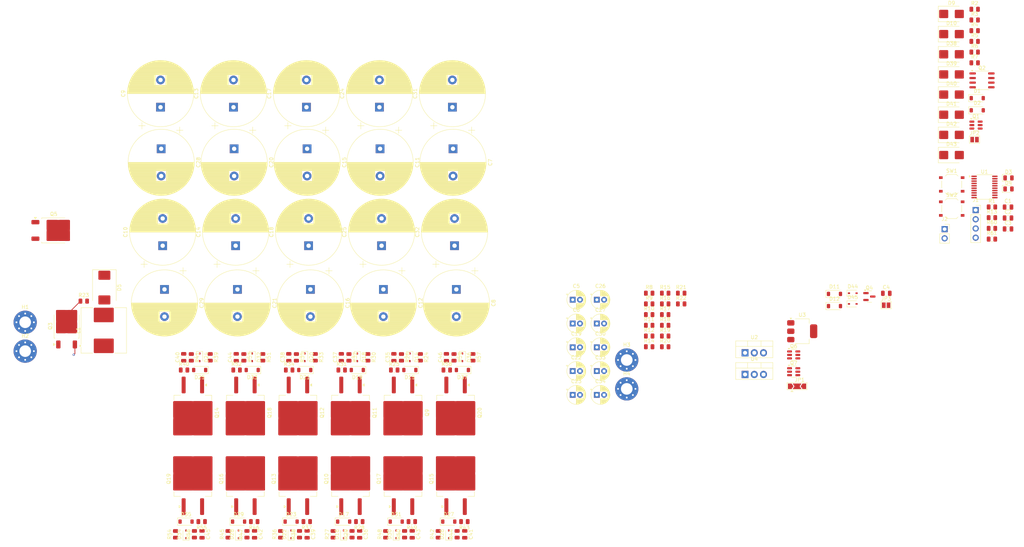
<source format=kicad_pcb>
(kicad_pcb (version 20241229) (generator "pcbnew") (generator_version "9.0")
  (layers (0 "F.Cu" signal) (2 "B.Cu" signal) (13 "F.Paste" user) (15 "B.Paste" user) (5 "F.SilkS" user "F.Silkscreen") (7 "B.SilkS" user "B.Silkscreen") (1 "F.Mask" user) (3 "B.Mask" user) (25 "Edge.Cuts" user))
  (net 0 "")
  (net 1 "CAP_BANK_POS")
  (net 2 "GND")
  (net 3 "5V0")
  (net 4 "CAP_BANK_VOUT")
  (net 5 "3V3")
  (net 6 "Net-(C5-Pad2)")
  (net 7 "PWR_OUT")
  (net 8 "Net-(D44-K)")
  (net 9 "PWR_IN")
  (net 10 "Net-(D1-K)")
  (net 11 "Net-(C22-Pad2)")
  (net 12 "Net-(C26-Pad2)")
  (net 13 "12V0")
  (net 14 "Net-(D4-K)")
  (net 15 "FET_DRIVE")
  (net 16 "Net-(D16-A)")
  (net 17 "Net-(D18-A)")
  (net 18 "Net-(D32-A)")
  (net 19 "Net-(D34-A)")
  (net 20 "Net-(D11-A)")
  (net 21 "Net-(D12-A)")
  (net 22 "Net-(D36-A)")
  (net 23 "Net-(D14-A)")
  (net 24 "Net-(D20-A)")
  (net 25 "Net-(D21-A)")
  (net 26 "Net-(D22-A)")
  (net 27 "Net-(D23-A)")
  (net 28 "Net-(D24-A)")
  (net 29 "Net-(D25-A)")
  (net 30 "Net-(D26-A)")
  (net 31 "Net-(D27-A)")
  (net 32 "Net-(D28-A)")
  (net 33 "Net-(D29-A)")
  (net 34 "Net-(D30-A)")
  (net 35 "Net-(D31-A)")
  (net 36 "FET_SWITCH_PWR")
  (net 37 "MCU_RED_LED")
  (net 38 "Net-(D2-A)")
  (net 39 "Net-(D3-K)")
  (net 40 "Net-(Q3-D)")
  (net 41 "MCU_GREEN_LED")
  (net 42 "Net-(D5-A)")
  (net 43 "Net-(D15-A)")
  (net 44 "SWITCHED_GND")
  (net 45 "Net-(D12-K)")
  (net 46 "Net-(D17-A)")
  (net 47 "FET_ARRAY_DISCHARGE")
  (net 48 "Net-(D19-A)")
  (net 49 "Net-(D33-A)")
  (net 50 "Net-(D35-A)")
  (net 52 "Net-(D37-A)")
  (net 53 "MCU_SWDIO")
  (net 54 "Net-(U1-NRST)")
  (net 55 "MCU_SWCLK")
  (net 60 "TRIGGER_BUTTON")
  (net 61 "Net-(JP2-A)")
  (net 62 "Net-(Q1A-C1)")
  (net 63 "Net-(Q1B-B2)")
  (net 64 "Net-(Q1A-B1)")
  (net 66 "Net-(Q4-C)")
  (net 67 "Net-(Q4-B)")
  (net 68 "Net-(Q5-D)")
  (net 71 "Net-(Q6A-B1)")
  (net 72 "Net-(Q6A-C1)")
  (net 74 "Net-(Q7A-C1)")
  (net 75 "Net-(Q7A-B1)")
  (net 76 "FET_ARRAY_CHARGE")
  (net 77 "INPUT_VOLTAGE_VOUT")
  (net 78 "OUTPUT_ENABLE")
  (net 79 "BOOST_HIGH")
  (net 80 "BOOST_LOW")
  (footprint "Resistor_SMD:R_0805_2012Metric" (layer "F.Cu") (at 267.345 41.525)
    (property "Reference" "R5")
    (property "Value" "10R")
  )
  (footprint "Package_TO_SOT_SMD:TO-263-2" (layer "F.Cu") (at 66.504091 162.005 90)
    (property "Reference" "Q16")
    (property "Value" "IRL3803STRRPBF")
  )
  (footprint "Capacitor_THT:CP_Radial_D5.0mm_P2.00mm" (layer "F.Cu") (at 163.28455 132.325)
    (property "Reference" "C33")
    (property "Value" "220uF")
  )
  (footprint "Diode_SMD:D_SOD-123" (layer "F.Cu") (at 108.040454 173.78)
    (property "Reference" "D31")
    (property "Value" "MM1Z12")
  )
  (footprint "Jumper:SolderJumper-3_P2.0mm_Open_TrianglePad1.0x1.5mm" (layer "F.Cu") (at 218.435 136.515)
    (property "Reference" "JP1")
    (property "Value" "SolderJumper_3_Open")
  )
  (footprint "Capacitor_THT:CP_Radial_D18.0mm_P7.50mm" (layer "F.Cu") (at 123.50556 59.65 90)
    (property "Reference" "C31")
    (property "Value" "2200uF")
  )
  (footprint "Resistor_SMD:R_0805_2012Metric" (layer "F.Cu") (at 186.525 110.875)
    (property "Reference" "R21")
    (property "Value" "1R")
  )
  (footprint "Diode_SMD:D_SMB" (layer "F.Cu") (at 260.97 67.275)
    (property "Reference" "D42")
    (property "Value" "SMBJ22A")
  )
  (footprint "Jumper:SolderJumper-2_P1.3mm_Open_Pad1.0x1.5mm" (layer "F.Cu") (at 267.315 68.575)
    (property "Reference" "JP2")
    (property "Value" "SolderJumper_2_Open")
  )
  (footprint "Diode_SMD:D_SOD-323" (layer "F.Cu") (at 64.629091 177.28 90)
    (property "Reference" "D28")
    (property "Value" "B5819WS")
  )
  (footprint "Capacitor_THT:CP_Radial_D18.0mm_P7.50mm" (layer "F.Cu") (at 44.21668 109.82222 -90)
    (property "Reference" "C29")
    (property "Value" "2200uF")
  )
  (footprint "Resistor_SMD:R_0805_2012Metric" (layer "F.Cu") (at 126.810909 173.78 180)
    (property "Reference" "R43")
    (property "Value" "1R")
  )
  (footprint "Diode_SMD:D_SOD-323" (layer "F.Cu") (at 111.790454 128.53 -90)
    (property "Reference" "D14")
    (property "Value" "B5819WS")
  )
  (footprint "Connector_PinSocket_2.54mm:PinSocket_1x04_P2.54mm_Vertical" (layer "F.Cu") (at 267.625 87.975)
    (property "Reference" "J1")
    (property "Value" "Conn_01x04")
  )
  (footprint "Capacitor_THT:CP_Radial_D18.0mm_P7.50mm" (layer "F.Cu") (at 63.40556 71.1 -90)
    (property "Reference" "C20")
    (property "Value" "2200uF")
  )
  (footprint "Diode_SMD:D_SMB" (layer "F.Cu") (at 260.97 56.175)
    (property "Reference" "D40")
    (property "Value" "SMBJ22A")
  )
  (footprint "Diode_SMD:D_SOD-323" (layer "F.Cu") (at 82.849545 128.53 -90)
    (property "Reference" "D20")
    (property "Value" "B5819WS")
  )
  (footprint "Diode_SMD:D_SOD-323" (layer "F.Cu") (at 53.908636 128.53 -90)
    (property "Reference" "D24")
    (property "Value" "B5819WS")
  )
  (footprint "Resistor_SMD:R_0805_2012Metric" (layer "F.Cu") (at 66.929091 177.2675 90)
    (property "Reference" "R47")
    (property "Value" "1Meg")
  )
  (footprint "Resistor_SMD:R_0805_2012Metric" (layer "F.Cu") (at 267.345 47.425)
    (property "Reference" "R7")
    (property "Value" "10K")
  )
  (footprint "Diode_SMD:D_SMB" (layer "F.Cu") (at 260.97 33.975)
    (property "Reference" "D9")
    (property "Value" "SMBJ22A")
  )
  (footprint "Capacitor_SMD:C_0805_2012Metric" (layer "F.Cu") (at 107.390454 128.53 90)
    (property "Reference" "C35")
    (property "Value" "1nF")
  )
  (footprint "Package_TO_SOT_SMD:SOT-23-6" (layer "F.Cu") (at 217.505 132.495)
    (property "Reference" "Q7")
    (property "Value" "IMZ1A")
  )
  (footprint "Resistor_SMD:R_0805_2012Metric" (layer "F.Cu") (at 95.87 177.2675 90)
    (property "Reference" "R29")
    (property "Value" "1Meg")
  )
  (footprint "Capacitor_THT:CP_Radial_D18.0mm_P7.50mm" (layer "F.Cu") (at 83.91112 97.8 90)
    (property "Reference" "C18")
    (property "Value" "2200uF")
  )
  (footprint "Capacitor_SMD:C_0805_2012Metric" (layer "F.Cu") (at 112.440454 177.28 -90)
    (property "Reference" "C43")
    (property "Value" "1nF")
  )
  (footprint "Package_TO_SOT_SMD:SOT-23-6" (layer "F.Cu") (at 217.505 127.87)
    (property "Reference" "Q6")
    (property "Value" "IMZ1A")
  )
  (footprint "Diode_SMD:D_SOD-123" (layer "F.Cu") (at 64.629091 173.78)
    (property "Reference" "D29")
    (property "Value" "MM1Z12")
  )
  (footprint "Resistor_SMD:R_0805_2012Metric" (layer "F.Cu") (at 272.105 93.025)
    (property "Reference" "R60")
    (property "Value" "100R")
  )
  (footprint "Diode_SMD:D_SOD-123" (layer "F.Cu") (at 53.908636 132.03 180)
    (property "Reference" "D25")
    (property "Value" "MM1Z12")
  )
  (footprint "Diode_SMD:D_SOD-123" (layer "F.Cu") (at 268.06 57.155)
    (property "Reference" "D1")
    (property "Value" "MM1Z12")
  )
  (footprint "Package_TO_SOT_SMD:TO-263-2" (layer "F.Cu") (at 124.385909 162.005 90)
    (property "Reference" "Q15")
    (property "Value" "IRL3803STRRPBF")
  )
  (footprint "Package_TO_SOT_SMD:TO-263-2" (layer "F.Cu") (at 52.033636 143.805 -90)
    (property "Reference" "Q14")
    (property "Value" "IRL3803STRRPBF")
  )
  (footprint "Diode_SMD:D_SOD-123" (layer "F.Cu") (at 126.260909 132.03 180)
    (property "Reference" "D37")
    (property "Value" "MM1Z12")
  )
  (footprint "Resistor_SMD:R_0805_2012Metric" (layer "F.Cu") (at 182.115 113.825)
    (property "Reference" "R16")
    (property "Value" "1R")
  )
  (footprint "Capacitor_THT:CP_Radial_D18.0mm_P7.50mm" (layer "F.Cu") (at 103.41112 59.65 90)
    (property "Reference" "C24")
    (property "Value" "2200uF")
  )
  (footprint "Diode_SMD:D_SMB" (layer "F.Cu") (at 260.97 72.825)
    (property "Reference" "D43")
    (property "Value" "SMBJ22A")
  )
  (footprint "Capacitor_SMD:C_0805_2012Metric" (layer "F.Cu") (at 97.97 177.28 -90)
    (property "Reference" "C36")
    (property "Value" "1nF")
  )
  (footprint "Capacitor_THT:CP_Radial_D5.0mm_P2.00mm" (layer "F.Cu") (at 163.28455 119.225)
    (property "Reference" "C27")
    (property "Value" "220uF")
  )
  (footprint "Capacitor_THT:CP_Radial_D5.0mm_P2.00mm" (layer "F.Cu") (at 156.644775 119.225)
    (property "Reference" "C6")
    (property "Value" "220uF")
  )
  (footprint "Diode_SMD:D_SOD-123" (layer "F.Cu") (at 79.099545 173.78)
    (property "Reference" "D23")
    (property "Value" "MM1Z12")
  )
  (footprint "Resistor_SMD:R_0805_2012Metric" (layer "F.Cu") (at 272.105 87.125)
    (property "Reference" "R1")
    (property "Value" "1Meg")
  )
  (footprint "Diode_SMD:D_SOD-123" (layer "F.Cu") (at 122.510909 173.78)
    (property "Reference" "D27")
    (property "Value" "MM1Z12")
  )
  (footprint "Diode_SMD:D_SOD-323" (layer "F.Cu") (at 122.510909 177.28 90)
    (property "Reference" "D26")
    (property "Value" "B5819WS")
  )
  (footprint "Resistor_SMD:R_0805_2012Metric" (layer "F.Cu") (at 182.115 110.875)
    (property "Reference" "R15")
    (property "Value" "1K")
  )
  (footprint "Resistor_SMD:R_0805_2012Metric" (layer "F.Cu") (at 182.115 122.675)
    (property "Reference" "R19")
    (property "Value" "1K")
  )
  (footprint "Resistor_SMD:R_0805_2012Metric" (layer "F.Cu") (at 80.549545 128.5425 -90)
    (property "Reference" "R35")
    (property "Value" "1Meg")
  )
  (footprint "Resistor_SMD:R_0805_2012Metric" (layer "F.Cu") (at 66.079091 128.5425 -90)
    (property "Reference" "R53")
    (property "Value" "1Meg")
  )
  (footprint "Capacitor_THT:CP_Radial_D18.0mm_P7.50mm" (layer "F.Cu") (at 103.59444 71.1 -90)
    (property "Reference" "C11")
    (property "Value" "2200uF")
  )
  (footprint "Resistor_SMD:R_0805_2012Metric" (layer "F.Cu") (at 177.705 119.725)
    (property "Reference" "R11")
    (property "Value" "10K")
  )
  (footprint "Diode_SMD:D_SOD-323" (layer "F.Cu") (at 233.78 110.875)
    (property "Reference" "D44")
    (property "Value" "B5819WS")
  )
  (footprint "Diode_SMD:D_SOD-123" (layer "F.Cu") (at 82.849545 132.03 180)
    (property "Reference" "D21")
    (property "Value" "MM1Z12")
  )
  (footprint "Diode_SMD:D_SOD-323" (layer "F.Cu") (at 93.57 177.28 90)
    (property "Reference" "D16")
    (property "Value" "B5819WS")
  )
  (footprint "Resistor_SMD:R_0805_2012Metric" (layer "F.Cu") (at 267.345 32.675)
    (property "Reference" "R2")
    (property "Value" "10K")
  )
  (footprint "Capacitor_SMD:C_0805_2012Metric" (layer "F.Cu") (at 92.92 128.53 90)
    (property "Reference" "C37")
    (property "Value" "1nF")
  )
  (footprint "Connector_PinSocket_2.54mm:PinSocket_1x02_P2.54mm_Vertical" (layer "F.Cu") (at 259.075 93.225)
    (property "Reference" "J2")
    (property "Value" "Conn_01x02")
  )
  (footprint "Diode_SMD:D_SOD-123" (layer "F.Cu") (at 228.74 111.075)
    (property "Reference" "D11")
    (property "Value" "MM1Z12")
  )
  (footprint "Capacitor_THT:CP_Radial_D5.0mm_P2.00mm" (layer "F.Cu") (at 156.644775 125.775)
    (property "Reference" "C19")
    (property "Value" "220uF")
  )
  (footprint "Resistor_SMD:R_0805_2012Metric" (layer "F.Cu") (at 93.02 132.03)
    (property "Reference" "R31")
    (property "Value" "1R")
  )
  (footprint "Diode_SMD:D_SOD-323" (layer "F.Cu") (at 79.099545 177.28 90)
    (property "Reference" "D22")
    (property "Value" "B5819WS")
  )
  (footprint "Capacitor_SMD:C_0805_2012Metric" (layer "F.Cu") (at 276.535 90.165)
    (property "Reference" "C2")
    (property "Value" "22uF")
  )
  (footprint "Capacitor_THT:CP_Radial_D18.0mm_P7.50mm" (layer "F.Cu") (at 84.40556 109.82222 -90)
    (property "Reference" "C16")
    (property "Value" "2200uF")
  )
  (footprint "Capacitor_SMD:C_0805_2012Metric" (layer "F.Cu") (at 276.535 93.175)
    (property "Reference" "C3")
    (property "Value" "22uF")
  )
  (footprint "Package_TO_SOT_SMD:TO-252-2" (layer "F.Cu") (at 13.71 93.59)
    (property "Reference" "Q5")
    (property "Value" "AOD403")
  )
  (footprint "Resistor_SMD:R_0805_2012Metric" (layer "F.Cu") (at 90.67 177.28 90)
    (property "Reference" "R27")
    (property "Value" "10R")
  )
  (footprint "Resistor_SMD:R_0805_2012Metric" (layer "F.Cu") (at 177.705 116.775)
    (property "Reference" "R10")
    (property "Value" "100K")
  )
  (footprint "Resistor_SMD:R_0805_2012Metric" (layer "F.Cu") (at 186.525 113.825)
    (property "Reference" "R22")
    (property "Value" "1Meg")
  )
  (footprint "Diode_SMD:D_SMB" (layer "F.Cu") (at 260.97 50.625)
    (property "Reference" "D39")
    (property "Value" "SMBJ22A")
  )
  (footprint "Resistor_SMD:R_0805_2012Metric" (layer "F.Cu") (at 272.105 90.075)
    (property "Reference" "R13")
    (property "Value" "100R")
  )
  (footprint "Resistor_SMD:R_0805_2012Metric" (layer "F.Cu") (at 107.490454 132.03)
    (property "Reference" "R25")
    (property "Value" "1R")
  )
  (footprint "Package_TO_SOT_SMD:TO-263-2" (layer "F.Cu") (at 66.504091 143.805 -90)
    (property "Reference" "Q18")
    (property "Value" "IRL3803STRRPBF")
  )
  (footprint "Resistor_SMD:R_0805_2012Metric" (layer "F.Cu") (at 78.549545 132.03)
    (property "Reference" "R34")
    (property "Value" "1R")
  )
  (footprint "Resistor_SMD:R_0805_2012Metric" (layer "F.Cu") (at 21.99 113.06)
    (property "Reference" "R23")
    (property "Value" "1R")
  )
  (footprint "Package_TO_SOT_SMD:TO-263-2" (layer "F.Cu") (at 80.974545 143.805 -90)
    (property "Reference" "Q12")
    (property "Value" "IRL3803STRRPBF")
  )
  (footprint "Resistor_SMD:R_0805_2012Metric" (layer "F.Cu") (at 47.258636 177.28 90)
    (property "Reference" "R54")
    (property "Value" "10R")
  )
  (footprint "Capacitor_THT:CP_Radial_D18.0mm_P7.50mm" (layer "F.Cu") (at 63.22224 59.65 90)
    (property "Reference" "C13")
    (property "Value" "2200uF")
  )
  (footprint "Resistor_SMD:R_0805_2012Metric" (layer "F.Cu") (at 81.399545 177.2675 90)
    (property "Reference" "R38")
    (property "Value" "1Meg")
  )
  (footprint "Package_TO_SOT_SMD:TO-263-2" (layer "F.Cu") (at 124.385909 143.805 -90)
    (property "Reference" "Q20")
    (property "Value" "IRL3803STRRPBF")
  )
  (footprint "Capacitor_THT:CP_Radial_D18.0mm_P7.50mm" (layer "F.Cu") (at 123.68888 71.1 -90)
    (property "Reference" "C7")
    (property "Value" "2200uF")
  )
  (footprint "Package_TO_SOT_SMD:TO-263-2" (layer "F.Cu") (at 52.033636 162.005 90)
    (property "Reference" "Q19")
    (property "Value" "IRL3803STRRPBF")
  )
  (footprint "Package_TO_SOT_SMD:TO-252-2" (layer "F.Cu") (at 17.26 119.95 90)
    (property "Reference" "Q3")
    (property "Value" "IRFR024NTRPBF")
  )
  (footprint "Resistor_SMD:R_0805_2012Metric" (layer "F.Cu") (at 177.705 113.825)
    (property "Reference" "R9")
    (property "Value" "10K")
  )
  (footprint "Resistor_SMD:R_0805_2012Metric" (layer "F.Cu") (at 61.729091 177.28 90)
    (property "Reference" "R45")
    (property "Value" "10R")
  )
  (footprint "Resistor_SMD:R_0805_2012Metric" (layer "F.Cu") (at 129.160909 128.53 -90)
    (property "Reference" "R57")
    (property "Value" "10R")
  )
  (footprint "Package_SO:TSSOP-20_4.4x6.5mm_P0.65mm" (layer "F.Cu") (at 270.05 81.625)
    (property "Reference" "U1")
    (property "Value" "STM32G030F6Px")
  )
  (footprint "Package_TO_SOT_THT:TO-220-3_Vertical" (layer "F.Cu") (at 204.115 127.295)
    (property "Reference" "U2")
    (property "Value" "LM7805_TO220")
  )
  (footprint "Capacitor_THT:CP_Radial_D18.0mm_P7.50mm" (layer "F.Cu") (at 43.1278 59.65 90)
    (property "Reference" "C9")
    (property "Value" "2200uF")
  )
  (footprint "Capacitor_THT:CP_Radial_D5.0mm_P2.00mm" (layer "F.Cu") (at 156.644775 138.875)
    (property "Reference" "C23")
    (property "Value" "220uF")
  )
  (footprint "MountingHole:MountingHole_3.2mm_M3_Pad_Via" (layer "F.Cu") (at 171.525 129.275)
    (property "Reference" "H3")
    (property "Value" "MountingHole_Pad")
  )
  (footprint "Resistor_SMD:R_0805_2012Metric" (layer "F.Cu") (at 76.199545 177.28 90)
    (property "Reference" "R36")
    (property "Value" "10R")
  )
  (footprint "Capacitor_SMD:C_0805_2012Metric" (layer "F.Cu") (at 69.029091 177.28 -90)
    (property "Reference" "C42")
    (property "Value" "1nF")
  )
  (footprint "MountingHole:MountingHole_3.2mm_M3_Pad_Via" (layer "F.Cu") (at 5.852944 126.832944)
    (property "Reference" "H2")
    (property "Value" "MountingHole_Pad")
  )
  (footprint "MountingHole:MountingHole_3.2mm_M3_Pad_Via" (layer "F.Cu") (at 171.525 137.225)
    (property "Reference" "H4")
    (property "Value" "MountingHole_Pad")
  )
  (footprint "Resistor_SMD:R_0805_2012Metric" (layer "F.Cu") (at 177.705 110.875)
    (property "Reference" "R8")
    (property "Value" "100K")
  )
  (footprint "Resistor_SMD:R_0805_2012Metric" (layer "F.Cu") (at 182.115 116.775)
    (property "Reference" "R17")
    (property "Value" "10K")
  )
  (footprint "Resistor_SMD:R_0805_2012Metric" (layer "F.Cu") (at 51.608636 128.5425 -90)
    (property "Reference" "R41")
    (property "Value" "1Meg")
  )
  (footprint "Button_Switch_SMD:SW_Push_1P1T_XKB_TS-1187A" (layer "F.Cu") (at 261.025 80.925)
    (property "Reference" "SW1")
    (property "Value" "SW_Push")
  )
  (footprint "Resistor_SMD:R_0805_2012Metric" (layer "F.Cu") (at 121.960909 132.03)
    (property "Reference" "R58")
    (property "Value" "1R")
  )
  (footprint "Resistor_SMD:R_0805_2012Metric" (layer "F.Cu") (at 267.345 38.575)
    (property "Reference" "R4")
    (property "Value" "10R")
  )
  (footprint "LED_SMD:LED_0805_2012Metric" (layer "F.Cu") (at 276.665 82.16)
    (property "Reference" "D4")
    (property "Value" "GREEN_LED")
  )
  (footprint "Capacitor_THT:CP_Radial_D5.0mm_P2.00mm" (layer "F.Cu") (at 156.644775 132.325)
    (property "Reference" "C22")
    (property "Value" "220uF")
  )
  (footprint "Capacitor_SMD:C_0805_2012Metric" (layer "F.Cu") (at 83.499545 177.28 -90)
    (property "Reference" "C39")
    (property "Value" "1nF")
  )
  (footprint "Capacitor_THT:CP_Radial_D18.0mm_P7.50mm" (layer "F.Cu") (at 43.31112 71.1 -90)
    (property "Reference" "C28")
    (property "Value" "2200uF")
  )
  (footprint "Resistor_SMD:R_0805_2012Metric" (layer "F.Cu") (at 56.808636 128.53 -90)
    (property "Reference" "R39")
    (property "Value" "10R")
  )
  (footprint "Capacitor_THT:CP_Radial_D18.0mm_P7.50mm" (layer "F.Cu") (at 64.31112 109.82222 -90)
    (property "Reference" "C21")
    (property "Value" "2200uF")
  )
  (footprint "Diode_SMD:D_SMB" (layer "F.Cu") (at 260.97 39.525)
    (property "Reference" "D10")
    (property "Value" "SMBJ22A")
  )
  (footprint "Diode_SMD:D_SOD-123" (layer "F.Cu") (at 111.790454 132.03 180)
    (property "Reference" "D15")
    (property "Value" "MM1Z12")
  )
  (footprint "Package_TO_SOT_SMD:TO-263-2" (layer "F.Cu") (at 109.915454 162.005 90)
    (property "Reference" "Q17")
    (property "Value" "IRL3803STRRPBF")
  )
  (footprint "Diode_SMD:D_SOD-323" (layer "F.Cu") (at 97.32 128.53 -90)
    (property "Reference" "D18")
    (property "Value" "B5819WS")
  )
  (footprint "Capacitor_SMD:C_0805_2012Metric" (layer "F.Cu") (at 78.449545 128.53 90)
    (property "Reference" "C38")
    (property "Value" "1nF")
  )
  (footprint "Diode_SMD:D_SOD-123" (layer "F.Cu") (at 228.74 114.425)
    (property "Reference" "D12")
    (property "Value" "MM1Z12")
  )
  (footprint "Package_TO_SOT_SMD:SOT-23" (layer "F.Cu") (at 238.345 111.8)
    (property "Reference" "Q4")
    (property "Value" "MMBT3904")
  )
  (footprint "Resistor_SMD:R_0805_2012Metric" (layer "F.Cu") (at 97.87 173.78 180)
    (property "Reference" "R28")
    (property "Value" "1R")
  )
  (footprint "Package_TO_SOT_SMD:TO-263-2" (layer "F.Cu") (at 95.445 162.005 90)
    (property "Reference" "Q10")
    (property "Value" "IRL3803STRRPBF")
  )
  (footprint "Capacitor_SMD:C_0805_2012Metric" (layer "F.Cu") (at 49.508636 128.53 90)
    (property "Reference" "C40")
    (property "Value" "1nF")
  )
  (footprint "Package_SO:SO-8_3.9x4.9mm_P1.27mm" (layer "F.Cu") (at 269.365 52.255)
    (property "Reference" "Q2")
    (property "Value" "FDS8958A")
  )
  (footprint "Capacitor_THT:CP_Radial_D18.0mm_P7.50mm" (layer "F.Cu") (at 83.5 71.1 -90)
    (property "Reference" "C15")
    (property "Value" "2200uF")
  )
  (footprint "Capacitor_THT:CP_Radial_D18.0mm_P7.50mm" (layer "F.Cu") (at 124.59444 109.82222 -90)
    (property "Reference" "C8")
    (property "Value" "2200uF")
  )
  (footprint "Resistor_SMD:R_0805_2012Metric" (layer "F.Cu") (at 85.749545 128.53 -90)
    (property "Reference" "R33")
    (property "Value" "10R")
  )
  (footprint "Resistor_SMD:R_0805_2012Metric" (layer "F.Cu") (at 182.115 125.625)
    (property "Reference" "R20")
    (property "Value" "10R")
  )
  (footprint "Resistor_SMD:R_0805_2012Metric" (layer "F.Cu") (at 267.345 44.475)
    (property "Reference" "R6")
    (property "Value" "10K")
  )
  (footprint "Jumper:SolderJumper-2_P1.3mm_Open_Pad1.0x1.5mm" (layer "F.Cu") (at 242.965 114.185)
    (property "Reference" "JP3")
    (property "Value" "SolderJumper_2_Open")
  )
  (footprint "Diode_SMD:D_SOD-323" (layer "F.Cu") (at 233.78 113.825)
    (property "Reference" "D45")
    (property "Value" "B5819WS")
  )
  (footprint "Diode_SMD:D_SOD-323" (layer "F.Cu") (at 68.379091 128.53 -90)
    (property "Reference" "D32")
    (property "Value" "B5819WS")
  )
  (footprint "Resistor_SMD:R_0805_2012Metric" (layer "F.Cu") (at 71.279091 128.53 -90)
    (property "Reference" "R51")
    (property "Value" "10R")
  )
  (footprint "Diode_SMD:D_SMB" (layer "F.Cu") (at 260.97 61.725)
    (property "Reference" "D41")
    (property "Value" "SMBJ22A")
  )
  (footprint "Capacitor_THT:CP_Radial_D18.0mm_P7.50mm" (layer "F.Cu") (at 83.31668 59.65 90)
    (property "Reference" "C17")
    (property "Value" "2200uF")
  )
  (footprint "Diode_SMD:D_SOD-123" (layer "F.Cu") (at 93.57 173.78)
    (property "Reference" "D17")
    (property "Value" "MM1Z12")
  )
  (footprint "Resistor_SMD:R_0805_2012Metric" (layer "F.Cu") (at 52.458636 177.2675 90)
    (property "Reference" "R56")
    (property "Value" "1Meg")
  )
  (footprint "Capacitor_THT:CP_Radial_D18.0mm_P7.50mm" (layer "F.Cu") (at 104.00556 97.8 90)
    (property "Reference" "C25")
    (property "Value" "2200uF")
  )
  (footprint "Resistor_SMD:R_0805_2012Metric" (layer "F.Cu") (at 119.610909 177.28 90)
    (property "Reference" "R42")
    (property "Value" "10R")
  )
  (footprint "Package_TO_SOT_SMD:SOT-223-3_TabPin2" (layer "F.Cu") (at 219.855 121.35)
    (property "Reference" "U3")
    (property "Value" "AMS1117-3.3")
  )
  (footprint "Resistor_SMD:R_0805_2012Metric" (layer "F.Cu") (at 49.608636 132.03)
    (property "Reference" "R40")
    (property "Value" "1R")
  )
  (footprint "Resistor_SMD:R_0805_2012Metric" (layer "F.Cu") (at 64.079091 132.03)
    (property "Reference" "R52")
    (property "Value" "1R")
  )
  (footprint "Capacitor_SMD:C_0805_2012Metric" (layer "F.Cu") (at 54.558636 177.28 -90)
    (property "Reference" "C45")
    (property "Value" "1nF")
  )
  (footprint "Resistor_SMD:R_0805_2012Metric" (layer "F.Cu") (at 272.105 95.975)
    (property "Reference" "R61")
    (property "Value" "1Meg")
  )
  (footprint "Inductor_SMD:L_Coilcraft_MSS1278H-XXX" (layer "F.Cu") (at 27.5 121.12 90)
    (property "Reference" "L1")
    (property "Value" "100uH")
  )
  (footprint "Capacitor_SMD:C_0805_2012Metric" (layer "F.Cu") (at 243.015 110.905)
    (property "Reference" "C4")
    (property "Value" "100nF")
  )
  (footprint "Package_TO_SOT_THT:TO-220-3_Vertical" (layer "F.Cu") (at 204.115 133.255)
    (property "Reference" "U4")
    (property "Value" "LM7812_TO220")
  )
  (footprint "Capacitor_THT:CP_Radial_D18.0mm_P7.50mm" (layer "F.Cu") (at 63.81668 97.8 90)
    (property "Reference" "C14")
    (property "Value" "2200uF")
  )
  (footprint "Capacitor_THT:CP_Radial_D18.0mm_P7.50mm" (layer "F.Cu") (at 43.72224 97.8 90)
    (property "Reference" "C10")
    (property "Value" "2200uF")
  )
  (footprint "Resistor_SMD:R_0805_2012Metric" (layer "F.Cu") (at 267.345 35.625)
    (property "Reference" "R3")
    (property "Value" "10K")
  )
  (footprint "Diode_SMD:D_SOD-323" (layer "F.Cu") (at 126.260909 128.53 -90)
    (property "Reference" "D36")
    (property "Value" "B5819WS")
  )
  (footprint "Resistor_SMD:R_0805_2012Metric" (layer "F.Cu") (at 177.705 122.675)
    (property "Reference" "R12")
    (property "Value" "10K")
  )
  (footprint "Capacitor_THT:CP_Radial_D5.0mm_P2.00mm" (layer "F.Cu") (at 163.28455 125.775)
    (property "Reference" "C30")
    (property "Value" "220uF")
  )
  (footprint "Capacitor_SMD:C_0805_2012Metric" (layer "F.Cu") (at 63.979091 128.53 90)
    (property "Reference" "C44")
    (property "Value" "1nF")
  )
  (footprint "Diode_SMD:D_SOD-123" (layer "F.Cu") (at 268.06 60.505)
    (property "Reference" "D2")
    (property "Value" "MM1Z12")
  )
  (footprint "Diode_SMD:D_SOD-323" (layer "F.Cu") (at 108.040454 177.28 90)
    (property "Reference" "D30")
    (property "Value" "B5819WS")
  )
  (footprint "Diode_SMD:D_SOD-123" (layer "F.Cu") (at 97.32 132.03 180)
    (property "Reference" "D19")
    (property "Value" "MM1Z12")
  )
  (footprint "Package_TO_SOT_SMD:SOT-23-6" (layer "F.Cu") (at 267.715 64.58)
    (property "Reference" "Q1")
    (property "Value" "IMZ1A")
  )
  (footprint "Capacitor_THT:CP_Radial_D5.0mm_P2.00mm" (layer "F.Cu") (at 163.28455 138.875)
    (property "Reference" "C34")
    (property "Value" "220uF")
  )
  (footprint "Capacitor_THT:CP_Radial_D18.0mm_P7.50mm" (layer "F.Cu") (at 104.5 109.82222 -90)
    (property "Reference" "C12")
    (property "Value" "2200uF")
  )
  (footprint "Diode_SMD:D_SOD-123" (layer "F.Cu") (at 50.158636 173.78)
    (property "Reference" "D35")
    (property "Value" "MM1Z12")
  )
  (footprint "Package_TO_SOT_SMD:TO-263-2" (layer "F.Cu") (at 80.974545 162.005 90)
    (property "Reference" "Q13")
    (property "Value" "IRL3803STRRPBF")
  )
  (footprint "Resistor_SMD:R_0805_2012Metric" (layer "F.Cu") (at 182.115 119.725)
    (property "Reference" "R18")
    (property "Value" "10K")
  )
  (footprint "Resistor_SMD:R_0805_2012Metric" (layer "F.Cu") (at 112.340454 173.78 180)
    (property "Reference" "R49")
    (property "Value" "1R")
  )
  (footprint "Capacitor_SMD:C_0805_2012Metric" (layer "F.Cu") (at 121.860909 128.53 90)
    (property "Reference" "C46")
    (property "Value" "1nF")
  )
  (footprint "Capacitor_THT:CP_Radial_D5.0mm_P2.00mm" (layer "F.Cu") (at 163.28455 112.675)
    (property "Reference" "C26")
    (property "Value" "220uF")
  )
  (footprint "Resistor_SMD:R_0805_2012Metric" (layer "F.Cu") (at 54.458636 173.78 180)
    (property "Reference" "R55")
    (property "Value" "1R")
  )
  (footprint "Capacitor_THT:CP_Radial_D18.0mm_P7.50mm" (layer "F.Cu") (at 124.1 97.8 90)
    (property "Reference" "C32")
    (property "Value" "2200uF")
  )
  (footprint "Capacitor_THT:CP_Radial_D5.0mm_P2.00mm" (layer "F.Cu") (at 156.644775 112.675)
    (property "Reference" "C5")
    (property "Value" "220uF")
  )
  (footprint "Capacitor_SMD:C_0805_2012Metric" (layer "F.Cu") (at 276.535 87.155)
    (property "Reference" "C1")
    (property "Value" "22uF")
  )
  (footprint "Diode_SMD:D_SOD-123" (layer "F.Cu") (at 68.379091 132.03 180)
    (property "Reference" "D33")
    (property "Value" "MM1Z12")
  )
  (footprint "Resistor_SMD:R_0805_2012Metric" (layer "F.Cu") (at 109.490454 128.5425 -90)
    (property "Reference" "R26")
    (property "Value" "1Meg")
  )
  (footprint "Resistor_SMD:R_0805_2012Metric" (layer "F.Cu") (at 177.705 125.625)
    (property "Reference" "R14")
    (property "Value" "10K")
  )
  (footprint "Resistor_SMD:R_0805_2012Metric" (layer "F.Cu") (at 68.929091 173.78 180)
    (property "Reference" "R46")
    (property "Value" "1R")
  )
  (footprint "Resistor_SMD:R_0805_2012Metric" (layer "F.Cu") (at 114.690454 128.53 -90)
    (property "Reference" "R24")
    (property "Value" "10R")
  )
  (footprint "Resistor_SMD:R_0805_2012Metric" (layer "F.Cu") (at 110.340454 177.2675 90)
    (property "Reference" "R50")
    (property "Value" "1Meg")
  )
  (footprint "Resistor_SMD:R_0805_2012Metric" (layer "F.Cu") (at 123.960909 128.5425 -90)
    (property "Reference" "R59")
    (property "Value" "1Meg")
  )
  (footprint "Diode_SMD:D_SMC" (layer "F.Cu") (at 27.66 109.3325 -90)
    (property "Reference" "D5")
    (property "Value" "SS510C")
  )
  (footprint "MountingHole:MountingHole_3.2mm_M3_Pad_Via" (layer "F.Cu") (at 5.852944 118.882944)
    (property "Reference" "H1")
    (property "Value" "MountingHole_Pad")
  )
  (footprint "Resistor_SMD:R_0805_2012Metric" (layer "F.Cu") (at 124.810909 177.2675 90)
    (property "Reference" "R44")
    (property "Value" "1Meg")
  )
  (footprint "Button_Switch_SMD:SW_Push_1P1T_XKB_TS-1187A" (layer "F.Cu") (at 261.025 87.575)
    (property "Reference" "SW2")
    (property "Value" "SW_Push")
  )
  (footprint "Resistor_SMD:R_0805_2012Metric" (layer "F.Cu") (at 100.22 128.53 -90)
    (property "Reference" "R30")
    (property "Value" "10R")
  )
  (footprint "Package_TO_SOT_SMD:TO-263-2" (layer "F.Cu") (at 109.915454 143.805 -90)
    (property "Reference" "Q9")
    (property "Value" "IRL3803STRRPBF")
  )
  (footprint "Resistor_SMD:R_0805_2012Metric" (layer "F.Cu") (at 95.02 128.5425 -90)
    (property "Reference" "R32")
    (property "Value" "1Meg")
  )
  (footprint "Resistor_SMD:R_0805_2012Metric" (layer "F.Cu") (at 105.140454 177.28 90)
    (property "Reference" "R48")
    (property "Value" "10R")
  )
  (footprint "Capacitor_SMD:C_0805_2012Metric" (layer "F.Cu") (at 126.910909 177.28 -90)
    (property "Reference" "C41")
    (property "Value" "1nF")
  )
  (footprint "Diode_SMD:D_SMB" (layer "F.Cu") (at 260.97 45.075)
    (property "Reference" "D38")
    (property "Value" "SMBJ22A")
  )
  (footprint "Package_TO_SOT_SMD:TO-263-2" (layer "F.Cu") (at 95.445 143.805 -90)
    (property "Reference" "Q11")
    (property "Value" "IRL3803STRRPBF")
  )
  (footprint "Resistor_SMD:R_0805_2012Metric" (layer "F.Cu") (at 83.399545 173.78 180)
    (property "Reference" "R37")
    (property "Value" "1R")
  )
  (footprint "Diode_SMD:D_SOD-323" (layer "F.Cu") (at 50.158636 177.28 90)
    (property "Reference" "D34")
    (property "Value" "B5819WS")
  )
  (footprint "LED_SMD:LED_0805_2012Metric" (layer "F.Cu") (at 276.665 79.12)
    (property "Reference" "D3")
    (property "Value" "RED_LED")
  )
  (segment (start 19.54 127.51) (end 19.23 127.82) (width 0.2) (layer "F.Cu") (net 2))
  (segment (start 19.54 124.99) (end 19.54 127.51) (width 0.2) (layer "F.Cu") (net 2))
  (via (at 19.23 127.82) (size 0.6) (drill 0.3) (layers "F.Cu" "B.Cu") (net 2))
  (segment (start 18.785 117.015) (end 18.425 116.655) (width 0.2) (layer "F.Cu") (net 40))
  (segment (start 18.425 116.655) (end 18.425 115.7125) (width 0.2) (layer "F.Cu") (net 40))
  (segment (start 18.425 115.7125) (end 21.0775 113.06) (width 0.2) (layer "F.Cu") (net 40))
)
</source>
